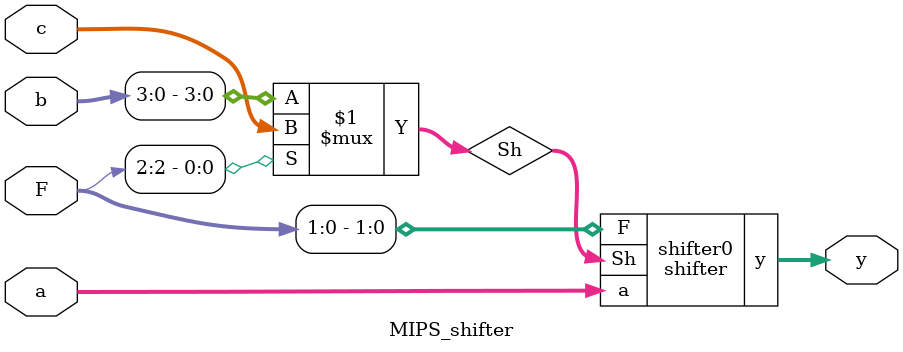
<source format=sv>
module shifter
	#(parameter n=4)
	(
	input logic [2**n-1:0] a,
	input logic [n-1:0] Sh,
	input logic	[1:0] F,
	output logic [2**n-1:0] y
	);
	
	logic [2**n-1:0] e,f,g;
	
	assign e = a << Sh;
	assign f = a >> Sh;
	assign g = $signed(a) >>> Sh; //the arithmetic shifter acts the same as the right shift, need to fix

	assign y = F[1]? g : (F[0]? f:e);
	
endmodule

module MIPS_shifter
	(
	input logic [3:0] c,
	input logic [15:0] a,b,
	input logic [2:0] F,
	output logic [15:0] y
	);
	
	logic [3:0] Sh;
	
	assign Sh = F[2]? c : b[3:0];
	
	shifter shifter0 (a,Sh,F[1:0],y);
	
endmodule

</source>
